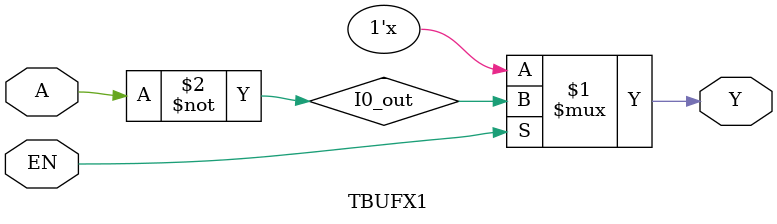
<source format=v>
`timescale 1ns/10ps

`celldefine

module TBUFX1 (A, EN, Y);
input  A ;
input  EN ;
output Y ;

   not (I0_out, A);
   bufif1 (Y, I0_out, EN);

   specify
     // delay parameters
     specparam
       tpzh$EN$Y = 0.084:0.084:0.084,
       tpzl$EN$Y = 0.025:0.025:0.025,
       tplz$EN$Y = 0.052:0.052:0.052,
       tphz$EN$Y = 0.072:0.072:0.072,
       tplhl$A$Y = 0.053:0.053:0.053,
       tphlh$A$Y = 0.082:0.082:0.082;

     // path delays
     (A *> Y) = (tphlh$A$Y, tplhl$A$Y);
     (EN *> Y) = (0, 0, tplz$EN$Y, tpzh$EN$Y, tphz$EN$Y, tpzl$EN$Y);

   endspecify

endmodule

`endcelldefine

</source>
